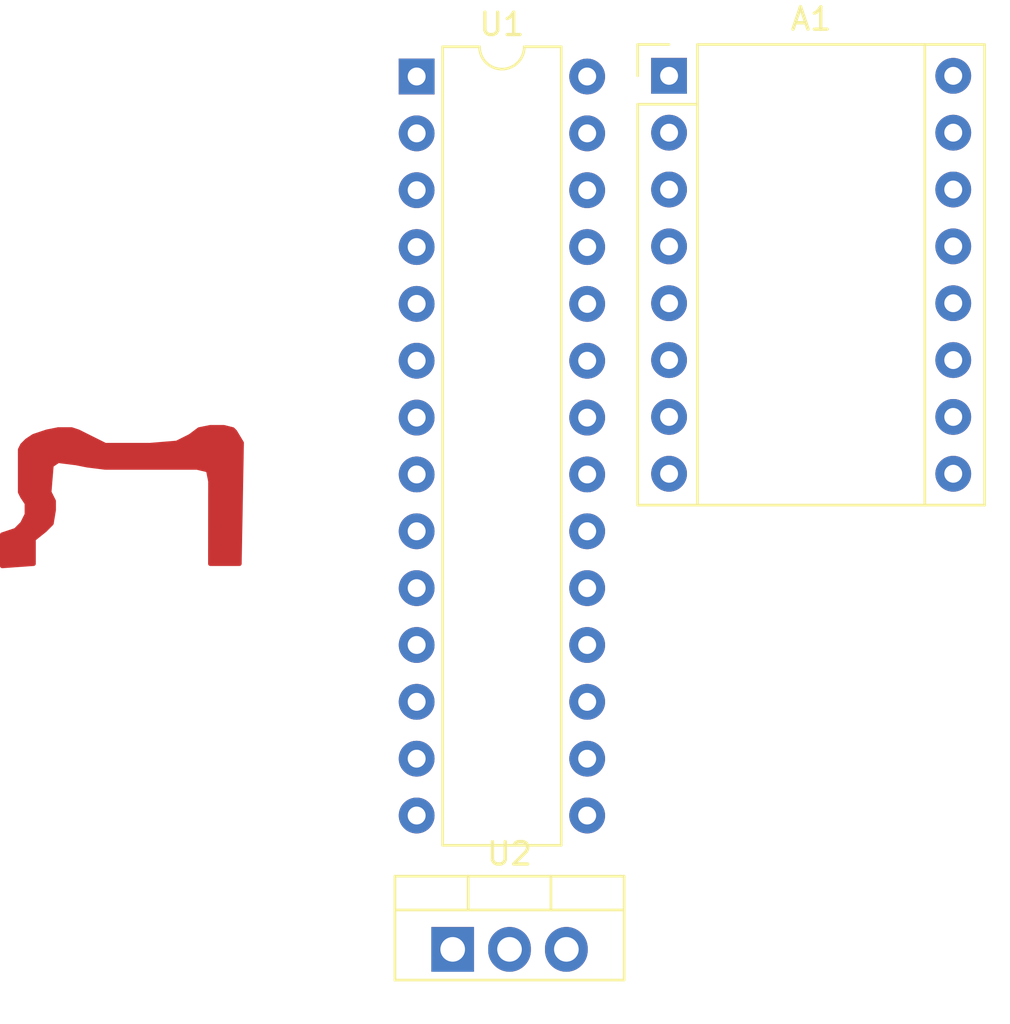
<source format=kicad_pcb>
(kicad_pcb (version 20211014) (generator pcbnew)
  (layers (0 "F.Cu" signal) (31 "B.Cu" signal) (34 "B.Paste" user) (35 "F.Paste" user) (36 "B.SilkS" user "B.Silkscreen") (37 "F.SilkS" user "F.Silkscreen") (38 "B.Mask" user) (39 "F.Mask" user) (44 "Edge.Cuts" user))
  (net 0 "")
  (net 1 "GND")
  (net 2 "+5V")
  (net 3 "Net-(A1-Pad3)")
  (net 4 "Net-(A1-Pad4)")
  (net 5 "Net-(A1-Pad5)")
  (net 6 "Net-(A1-Pad6)")
  (net 7 "Net-(A1-Pad8)")
  (net 12 "Net-(A1-Pad13)")
  (net 13 "STEP")
  (net 14 "DIR")
  (net 15 "RESET")
  (net 18 "BUSY")
  (net 19 "RED")
  (net 21 "Net-(C5-Pad1)")
  (net 22 "Net-(C6-Pad1)")
  (net 23 "GREEN")
  (net 24 "BLUE")
  (net 27 "MOSI")
  (net 28 "MISO")
  (net 29 "SCK")
  (net 31 "OPEN")
  (net 32 "TOP")
  (net 33 "BOTTOM")
  (net 34 "SAMPLE")
  (net 35 "RX")
  (net 36 "TX")
  (footprint "Package_TO_SOT_THT:TO-220-3_Vertical" (layer "F.Cu") (at 84.13 107.23)
    (fp_text reference "U2" (at 2.54 -4.27) (layer "F.SilkS"))
    (fp_text value "LM7805_TO220")
    (fp_line (start -2.58 1.371) (end 7.66 1.371) (layer "F.SilkS") (width 0.12))
    (fp_line (start -2.58 -1.76) (end 7.66 -1.76) (layer "F.SilkS") (width 0.12))
    (fp_line (start 4.391 -3.27) (end 4.391 -1.76) (layer "F.SilkS") (width 0.12))
    (fp_line (start -2.58 -3.27) (end 7.66 -3.27) (layer "F.SilkS") (width 0.12))
    (fp_line (start 7.66 -3.27) (end 7.66 1.371) (layer "F.SilkS") (width 0.12))
    (fp_line (start 0.69 -3.27) (end 0.69 -1.76) (layer "F.SilkS") (width 0.12))
    (fp_line (start -2.58 -3.27) (end -2.58 1.371) (layer "F.SilkS") (width 0.12))
    (pad "1" thru_hole rect (at 0 0) (size 1.905 2) (drill 1.1) (layers *.Cu *.Mask) (net 7 "Net-(A1-Pad8)"))
    (pad "2" thru_hole oval (at 2.54 0) (size 1.905 2) (drill 1.1) (layers *.Cu *.Mask) (net 1 "GND"))
    (pad "3" thru_hole oval (at 5.08 0) (size 1.905 2) (drill 1.1) (layers *.Cu *.Mask) (net 2 "+5V"))
  )
  (footprint "Module:Pololu_Breakout-16_15.2x20.3mm" (layer "F.Cu") (at 93.8 68.2)
    (fp_text reference "A1" (at 6.35 -2.54) (layer "F.SilkS"))
    (fp_text value "Pololu_Breakout_A4988")
    (fp_line (start 14.1 -1.4) (end 1.27 -1.4) (layer "F.SilkS") (width 0.12))
    (fp_line (start 1.27 1.27) (end 1.27 19.18) (layer "F.SilkS") (width 0.12))
    (fp_line (start -1.4 1.27) (end -1.4 19.18) (layer "F.SilkS") (width 0.12))
    (fp_line (start -1.4 19.18) (end 14.1 19.18) (layer "F.SilkS") (width 0.12))
    (fp_line (start 1.27 -1.4) (end 1.27 1.27) (layer "F.SilkS") (width 0.12))
    (fp_line (start 1.27 1.27) (end -1.4 1.27) (layer "F.SilkS") (width 0.12))
    (fp_line (start -1.4 -1.4) (end -1.4 0) (layer "F.SilkS") (width 0.12))
    (fp_line (start 0 -1.4) (end -1.4 -1.4) (layer "F.SilkS") (width 0.12))
    (fp_line (start 14.1 19.18) (end 14.1 -1.4) (layer "F.SilkS") (width 0.12))
    (fp_line (start 11.43 -1.4) (end 11.43 19.18) (layer "F.SilkS") (width 0.12))
    (pad "1" thru_hole rect (at 0 0) (size 1.6 1.6) (drill 0.8) (layers *.Cu *.Mask) (net 1 "GND"))
    (pad "2" thru_hole oval (at 0 2.54) (size 1.6 1.6) (drill 0.8) (layers *.Cu *.Mask) (net 2 "+5V"))
    (pad "3" thru_hole oval (at 0 5.08) (size 1.6 1.6) (drill 0.8) (layers *.Cu *.Mask) (net 3 "Net-(A1-Pad3)"))
    (pad "4" thru_hole oval (at 0 7.62) (size 1.6 1.6) (drill 0.8) (layers *.Cu *.Mask) (net 4 "Net-(A1-Pad4)"))
    (pad "5" thru_hole oval (at 0 10.16) (size 1.6 1.6) (drill 0.8) (layers *.Cu *.Mask) (net 5 "Net-(A1-Pad5)"))
    (pad "6" thru_hole oval (at 0 12.7) (size 1.6 1.6) (drill 0.8) (layers *.Cu *.Mask) (net 6 "Net-(A1-Pad6)"))
    (pad "7" thru_hole oval (at 0 15.24) (size 1.6 1.6) (drill 0.8) (layers *.Cu *.Mask) (net 1 "GND"))
    (pad "8" thru_hole oval (at 0 17.78) (size 1.6 1.6) (drill 0.8) (layers *.Cu *.Mask) (net 7 "Net-(A1-Pad8)"))
    (pad "9" thru_hole oval (at 12.7 17.78) (size 1.6 1.6) (drill 0.8) (layers *.Cu *.Mask))
    (pad "10" thru_hole oval (at 12.7 15.24) (size 1.6 1.6) (drill 0.8) (layers *.Cu *.Mask))
    (pad "11" thru_hole oval (at 12.7 12.7) (size 1.6 1.6) (drill 0.8) (layers *.Cu *.Mask))
    (pad "12" thru_hole oval (at 12.7 10.16) (size 1.6 1.6) (drill 0.8) (layers *.Cu *.Mask))
    (pad "13" thru_hole oval (at 12.7 7.62) (size 1.6 1.6) (drill 0.8) (layers *.Cu *.Mask) (net 12 "Net-(A1-Pad13)"))
    (pad "14" thru_hole oval (at 12.7 5.08) (size 1.6 1.6) (drill 0.8) (layers *.Cu *.Mask) (net 12 "Net-(A1-Pad13)"))
    (pad "15" thru_hole oval (at 12.7 2.54) (size 1.6 1.6) (drill 0.8) (layers *.Cu *.Mask) (net 13 "STEP"))
    (pad "16" thru_hole oval (at 12.7 0) (size 1.6 1.6) (drill 0.8) (layers *.Cu *.Mask) (net 14 "DIR"))
  )
  (footprint "Package_DIP:DIP-28_W7.62mm" (layer "F.Cu") (at 82.52 68.23)
    (fp_text reference "U1" (at 3.81 -2.33) (layer "F.SilkS"))
    (fp_text value "ATmega328-P")
    (fp_line (start 2.81 -1.33) (end 1.16 -1.33) (layer "F.SilkS") (width 0.12))
    (fp_line (start 6.46 34.35) (end 6.46 -1.33) (layer "F.SilkS") (width 0.12))
    (fp_line (start 6.46 -1.33) (end 4.81 -1.33) (layer "F.SilkS") (width 0.12))
    (fp_line (start 1.16 -1.33) (end 1.16 34.35) (layer "F.SilkS") (width 0.12))
    (fp_line (start 1.16 34.35) (end 6.46 34.35) (layer "F.SilkS") (width 0.12))
    (fp_arc (start 4.81 -1.33) (mid 3.81 -0.33) (end 2.81 -1.33) (layer "F.SilkS") (width 0.12))
    (pad "1" thru_hole rect (at 0 0) (size 1.6 1.6) (drill 0.8) (layers *.Cu *.Mask) (net 15 "RESET"))
    (pad "2" thru_hole oval (at 0 2.54) (size 1.6 1.6) (drill 0.8) (layers *.Cu *.Mask))
    (pad "3" thru_hole oval (at 0 5.08) (size 1.6 1.6) (drill 0.8) (layers *.Cu *.Mask))
    (pad "4" thru_hole oval (at 0 7.62) (size 1.6 1.6) (drill 0.8) (layers *.Cu *.Mask) (net 18 "BUSY"))
    (pad "5" thru_hole oval (at 0 10.16) (size 1.6 1.6) (drill 0.8) (layers *.Cu *.Mask) (net 19 "RED"))
    (pad "6" thru_hole oval (at 0 12.7) (size 1.6 1.6) (drill 0.8) (layers *.Cu *.Mask))
    (pad "7" thru_hole oval (at 0 15.24) (size 1.6 1.6) (drill 0.8) (layers *.Cu *.Mask) (net 2 "+5V"))
    (pad "8" thru_hole oval (at 0 17.78) (size 1.6 1.6) (drill 0.8) (layers *.Cu *.Mask) (net 1 "GND"))
    (pad "9" thru_hole oval (at 0 20.32) (size 1.6 1.6) (drill 0.8) (layers *.Cu *.Mask) (net 21 "Net-(C5-Pad1)"))
    (pad "10" thru_hole oval (at 0 22.86) (size 1.6 1.6) (drill 0.8) (layers *.Cu *.Mask) (net 22 "Net-(C6-Pad1)"))
    (pad "11" thru_hole oval (at 0 25.4) (size 1.6 1.6) (drill 0.8) (layers *.Cu *.Mask) (net 23 "GREEN"))
    (pad "12" thru_hole oval (at 0 27.94) (size 1.6 1.6) (drill 0.8) (layers *.Cu *.Mask) (net 24 "BLUE"))
    (pad "13" thru_hole oval (at 0 30.48) (size 1.6 1.6) (drill 0.8) (layers *.Cu *.Mask))
    (pad "14" thru_hole oval (at 0 33.02) (size 1.6 1.6) (drill 0.8) (layers *.Cu *.Mask) (net 14 "DIR"))
    (pad "15" thru_hole oval (at 7.62 33.02) (size 1.6 1.6) (drill 0.8) (layers *.Cu *.Mask) (net 13 "STEP"))
    (pad "16" thru_hole oval (at 7.62 30.48) (size 1.6 1.6) (drill 0.8) (layers *.Cu *.Mask))
    (pad "17" thru_hole oval (at 7.62 27.94) (size 1.6 1.6) (drill 0.8) (layers *.Cu *.Mask) (net 27 "MOSI"))
    (pad "18" thru_hole oval (at 7.62 25.4) (size 1.6 1.6) (drill 0.8) (layers *.Cu *.Mask) (net 28 "MISO"))
    (pad "19" thru_hole oval (at 7.62 22.86) (size 1.6 1.6) (drill 0.8) (layers *.Cu *.Mask) (net 29 "SCK"))
    (pad "20" thru_hole oval (at 7.62 20.32) (size 1.6 1.6) (drill 0.8) (layers *.Cu *.Mask) (net 2 "+5V"))
    (pad "21" thru_hole oval (at 7.62 17.78) (size 1.6 1.6) (drill 0.8) (layers *.Cu *.Mask))
    (pad "22" thru_hole oval (at 7.62 15.24) (size 1.6 1.6) (drill 0.8) (layers *.Cu *.Mask) (net 1 "GND"))
    (pad "23" thru_hole oval (at 7.62 12.7) (size 1.6 1.6) (drill 0.8) (layers *.Cu *.Mask) (net 31 "OPEN"))
    (pad "24" thru_hole oval (at 7.62 10.16) (size 1.6 1.6) (drill 0.8) (layers *.Cu *.Mask) (net 32 "TOP"))
    (pad "25" thru_hole oval (at 7.62 7.62) (size 1.6 1.6) (drill 0.8) (layers *.Cu *.Mask) (net 33 "BOTTOM"))
    (pad "26" thru_hole oval (at 7.62 5.08) (size 1.6 1.6) (drill 0.8) (layers *.Cu *.Mask) (net 34 "SAMPLE"))
    (pad "27" thru_hole oval (at 7.62 2.54) (size 1.6 1.6) (drill 0.8) (layers *.Cu *.Mask) (net 35 "RX"))
    (pad "28" thru_hole oval (at 7.62 0) (size 1.6 1.6) (drill 0.8) (layers *.Cu *.Mask) (net 36 "TX"))
  )
  (gr_poly (pts (xy 74.4 84.1) (xy 74.7 84.6) (xy 74.6 90) (xy 73.3 90) (xy 73.303846 86.319232) (xy 73.203846 85.819232) (xy 72.7 85.7) (xy 68.6 85.7) (xy 67.8 85.6) (xy 67.3 85.5) (xy 66.5 85.4) (xy 66.2 85.6) (xy 66.1 86.8) (xy 66.3 87.2) (xy 66.3 87.6) (xy 66.2 88.2) (xy 65.9 88.5) (xy 65.4 88.9) (xy 65.4 90) (xy 64 90.1) (xy 64 88.7) (xy 64.6 88.5) (xy 64.9 88.2) (xy 65.1 87.8) (xy 65.1 87.3) (xy 64.9 87) (xy 64.8 86.8) (xy 64.8 84.9) (xy 64.9 84.7) (xy 65.1 84.5) (xy 65.4 84.3) (xy 66 84.1) (xy 66.5 84) (xy 67.1 84) (xy 67.4 84.1) (xy 68.6 84.7) (xy 70.6 84.7) (xy 71.8 84.6) (xy 72.4 84.3) (xy 72.8 84) (xy 73.3 83.9) (xy 73.9 83.9) (xy 74.3 84)) (layer "F.Cu") (width 0.2) (fill solid))
)
</source>
